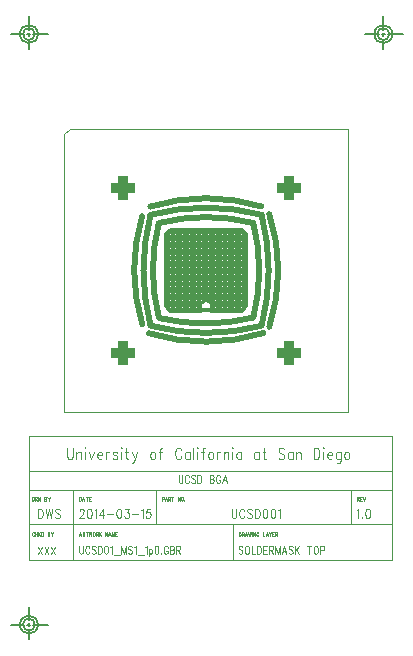
<source format=gbr>
*
*
G04 PADS 9.5 Build Number: 522968 generated Gerber (RS-274-X) file*
G04 PC Version=2.1*
*
%IN "UCSD001-BGA_5mm_2014-03"*%
*
%MOMM*%
*
%FSLAX33Y33*%
*
*
*
*
G04 PC Standard Apertures*
*
*
G04 Thermal Relief Aperture macro.*
%AMTER*
1,1,$1,0,0*
1,0,$1-$2,0,0*
21,0,$3,$4,0,0,45*
21,0,$3,$4,0,0,135*
%
*
*
G04 Annular Aperture macro.*
%AMANN*
1,1,$1,0,0*
1,0,$2,0,0*
%
*
*
G04 Odd Aperture macro.*
%AMODD*
1,1,$1,0,0*
1,0,$1-0.005,0,0*
%
*
*
G04 PC Custom Aperture Macros*
*
*
*
*
*
*
G04 PC Aperture Table*
*
%ADD010C,0.0254*%
%ADD013C,0.05*%
%ADD018C,0.1*%
%ADD019C,0.3*%
%ADD020C,0.5*%
%ADD022C,0.2*%
%ADD023C,0.08814*%
%ADD024C,0.1778*%
%ADD039R,2.054X0.954*%
%ADD040R,0.954X2.054*%
%ADD041C,0.55*%
*
*
*
*
G04 PC Circuitry*
G04 Layer Name UCSD001-BGA_5mm_2014-03 - circuitry*
%LPD*%
*
*
G04 PC Custom Flashes*
G04 Layer Name UCSD001-BGA_5mm_2014-03 - flashes*
%LPD*%
*
*
G04 PC Circuitry*
G04 Layer Name UCSD001-BGA_5mm_2014-03 - circuitry*
%LPD*%
*
G54D10*
G54D13*
G01X162762Y130828D02*
Y130500D01*
Y130828D02*
X162864D01*
X162864D02*
X162898Y130812D01*
X162898D02*
X162910Y130796D01*
X162910D02*
X162921Y130765D01*
X162921D02*
Y130734D01*
X162921D02*
X162910Y130703D01*
X162898Y130687*
X162898D02*
X162864Y130671D01*
X162864D02*
X162762D01*
X162842D02*
X162921Y130500D01*
X163023Y130828D02*
Y130500D01*
Y130828D02*
X163171D01*
X163023Y130671D02*
X163114D01*
X163023Y130500D02*
X163171D01*
X163273Y130828D02*
X163364Y130500D01*
X163455Y130828D02*
X163364Y130500D01*
X152762Y127828D02*
Y127500D01*
Y127828D02*
X152842D01*
X152876Y127812*
X152876D02*
X152898Y127781D01*
X152898D02*
X152910Y127750D01*
X152921Y127703*
X152921D02*
Y127625D01*
X152921D02*
X152910Y127578D01*
X152898Y127546*
X152898D02*
X152876Y127515D01*
X152876D02*
X152842Y127500D01*
X152762*
X153023Y127828D02*
Y127500D01*
Y127828D02*
X153126D01*
X153160Y127812*
X153160D02*
X153171Y127796D01*
X153171D02*
X153182Y127765D01*
X153182D02*
Y127734D01*
X153182D02*
X153171Y127703D01*
X153171D02*
X153160Y127687D01*
X153160D02*
X153126Y127671D01*
X153126D02*
X153023D01*
X153103D02*
X153182Y127500D01*
X153376Y127828D02*
X153285Y127500D01*
X153376Y127828D02*
X153467Y127500D01*
X153319Y127609D02*
X153432D01*
X153569Y127828D02*
X153626Y127500D01*
X153682Y127828D02*
X153626Y127500D01*
X153682Y127828D02*
X153739Y127500D01*
X153796Y127828D02*
X153739Y127500D01*
X153898Y127828D02*
Y127500D01*
X154001Y127828D02*
Y127500D01*
Y127828D02*
X154160Y127500D01*
Y127828D02*
Y127500D01*
X154432Y127750D02*
X154421Y127781D01*
X154421D02*
X154398Y127812D01*
X154398D02*
X154376Y127828D01*
X154330*
X154330D02*
X154307Y127812D01*
X154307D02*
X154285Y127781D01*
X154273Y127750*
X154273D02*
X154262Y127703D01*
Y127625*
X154273Y127578*
X154273D02*
X154285Y127546D01*
X154285D02*
X154307Y127515D01*
X154307D02*
X154330Y127500D01*
X154330D02*
X154376D01*
X154398Y127515*
X154398D02*
X154421Y127546D01*
X154421D02*
X154432Y127578D01*
X154432D02*
Y127625D01*
X154376D02*
X154432D01*
X154796Y127828D02*
Y127500D01*
X154796D02*
X154932D01*
X155126Y127828D02*
X155035Y127500D01*
X155126Y127828D02*
X155217Y127500D01*
X155069Y127609D02*
X155182D01*
X155319Y127828D02*
X155410Y127671D01*
X155410D02*
Y127500D01*
X155501Y127828D02*
X155410Y127671D01*
X155603Y127828D02*
Y127500D01*
Y127828D02*
X155751D01*
X155603Y127671D02*
X155694D01*
X155603Y127500D02*
X155751D01*
X155853Y127828D02*
Y127500D01*
Y127828D02*
X155955D01*
X155955D02*
X155989Y127812D01*
X155989D02*
X156001Y127796D01*
X156001D02*
X156012Y127765D01*
X156012D02*
Y127734D01*
X156001Y127703*
X155989Y127687*
X155989D02*
X155955Y127671D01*
X155955D02*
X155853D01*
X155932D02*
X156012Y127500D01*
X146262Y130828D02*
Y130500D01*
Y130828D02*
X146364D01*
X146364D02*
X146398Y130812D01*
X146398D02*
X146410Y130796D01*
X146410D02*
X146421Y130765D01*
X146421D02*
Y130718D01*
X146421D02*
X146410Y130687D01*
X146410D02*
X146398Y130671D01*
X146398D02*
X146364Y130656D01*
X146364D02*
X146262D01*
X146614Y130828D02*
X146523Y130500D01*
X146614Y130828D02*
X146705Y130500D01*
X146557Y130609D02*
X146671D01*
X146807Y130828D02*
Y130500D01*
Y130828D02*
X146910D01*
X146944Y130812*
X146944D02*
X146955Y130796D01*
X146955D02*
X146967Y130765D01*
X146967D02*
Y130734D01*
X146955Y130703*
X146955D02*
X146944Y130687D01*
X146944D02*
X146910Y130671D01*
X146910D02*
X146807D01*
X146887D02*
X146967Y130500D01*
X147148Y130828D02*
Y130500D01*
X147069Y130828D02*
X147228D01*
X147592D02*
Y130500D01*
Y130828D02*
X147751Y130500D01*
Y130828D02*
Y130500D01*
X147921Y130828D02*
X147898Y130812D01*
X147898D02*
X147876Y130781D01*
X147864Y130750*
X147864D02*
X147853Y130703D01*
Y130625*
X147864Y130578*
X147864D02*
X147876Y130546D01*
X147876D02*
X147898Y130515D01*
X147898D02*
X147921Y130500D01*
X147921D02*
X147967D01*
X147989Y130515*
X147989D02*
X148012Y130546D01*
X148012D02*
X148023Y130578D01*
X148023D02*
X148035Y130625D01*
Y130703*
X148023Y130750*
X148023D02*
X148012Y130781D01*
X147989Y130812*
X147989D02*
X147967Y130828D01*
X147921*
X148148Y130531D02*
X148137Y130515D01*
X148137D02*
X148148Y130500D01*
X148148D02*
X148160Y130515D01*
X148160D02*
X148148Y130531D01*
X139353Y127828D02*
X139262Y127500D01*
X139353Y127828D02*
X139444Y127500D01*
X139296Y127609D02*
X139410D01*
X139546Y127828D02*
Y127500D01*
Y127828D02*
X139648D01*
X139648D02*
X139682Y127812D01*
X139682D02*
X139694Y127796D01*
X139694D02*
X139705Y127765D01*
X139705D02*
Y127734D01*
X139705D02*
X139694Y127703D01*
X139682Y127687*
X139682D02*
X139648Y127671D01*
X139648D02*
X139546D01*
X139626D02*
X139705Y127500D01*
X139887Y127828D02*
Y127500D01*
X139807Y127828D02*
X139967D01*
X140069D02*
X140126Y127500D01*
X140182Y127828D02*
X140126Y127500D01*
X140182Y127828D02*
X140239Y127500D01*
X140296Y127828D02*
X140239Y127500D01*
X140467Y127828D02*
X140444Y127812D01*
X140444D02*
X140421Y127781D01*
X140421D02*
X140410Y127750D01*
X140398Y127703*
X140398D02*
Y127625D01*
X140398D02*
X140410Y127578D01*
X140421Y127546*
X140421D02*
X140444Y127515D01*
X140444D02*
X140467Y127500D01*
X140512*
X140535Y127515*
X140535D02*
X140557Y127546D01*
X140557D02*
X140569Y127578D01*
X140580Y127625*
X140580D02*
Y127703D01*
X140580D02*
X140569Y127750D01*
X140557Y127781*
X140557D02*
X140535Y127812D01*
X140535D02*
X140512Y127828D01*
X140467*
X140682D02*
Y127500D01*
Y127828D02*
X140785D01*
X140819Y127812*
X140819D02*
X140830Y127796D01*
X140830D02*
X140842Y127765D01*
X140842D02*
Y127734D01*
X140830Y127703*
X140830D02*
X140819Y127687D01*
X140819D02*
X140785Y127671D01*
X140785D02*
X140682D01*
X140762D02*
X140842Y127500D01*
X140944Y127828D02*
Y127500D01*
X141103Y127828D02*
X140944Y127609D01*
X141001Y127687D02*
X141103Y127500D01*
X141467Y127828D02*
Y127500D01*
Y127828D02*
X141626Y127500D01*
Y127828D02*
Y127500D01*
X141819Y127828D02*
X141728Y127500D01*
X141819Y127828D02*
X141910Y127500D01*
X141762Y127609D02*
X141876D01*
X142012Y127828D02*
Y127500D01*
Y127828D02*
X142103Y127500D01*
X142194Y127828D02*
X142103Y127500D01*
X142194Y127828D02*
Y127500D01*
X142296Y127828D02*
Y127500D01*
Y127828D02*
X142444D01*
X142296Y127671D02*
X142387D01*
X142296Y127500D02*
X142444D01*
X139262Y130828D02*
Y130500D01*
Y130828D02*
X139342D01*
X139376Y130812*
X139376D02*
X139398Y130781D01*
X139398D02*
X139410Y130750D01*
X139421Y130703*
X139421D02*
Y130625D01*
X139421D02*
X139410Y130578D01*
X139398Y130546*
X139398D02*
X139376Y130515D01*
X139376D02*
X139342Y130500D01*
X139262*
X139614Y130828D02*
X139523Y130500D01*
X139614Y130828D02*
X139705Y130500D01*
X139557Y130609D02*
X139671D01*
X139887Y130828D02*
Y130500D01*
X139807Y130828D02*
X139967D01*
X140069D02*
Y130500D01*
Y130828D02*
X140217D01*
X140069Y130671D02*
X140160D01*
X140069Y130500D02*
X140217D01*
X135432Y127750D02*
X135421Y127781D01*
X135421D02*
X135398Y127812D01*
X135398D02*
X135376Y127828D01*
X135330*
X135330D02*
X135307Y127812D01*
X135307D02*
X135285Y127781D01*
X135273Y127750*
X135273D02*
X135262Y127703D01*
Y127625*
X135273Y127578*
X135273D02*
X135285Y127546D01*
X135285D02*
X135307Y127515D01*
X135307D02*
X135330Y127500D01*
X135330D02*
X135376D01*
X135398Y127515*
X135398D02*
X135421Y127546D01*
X135421D02*
X135432Y127578D01*
X135535Y127828D02*
Y127500D01*
X135694Y127828D02*
Y127500D01*
X135535Y127671D02*
X135694D01*
X135796Y127828D02*
Y127500D01*
X135955Y127828D02*
X135796Y127609D01*
X135853Y127687D02*
X135955Y127500D01*
X136057Y127828D02*
Y127500D01*
Y127828D02*
X136137D01*
X136171Y127812*
X136171D02*
X136194Y127781D01*
X136205Y127750*
X136205D02*
X136217Y127703D01*
Y127625*
X136205Y127578*
X136205D02*
X136194Y127546D01*
X136194D02*
X136171Y127515D01*
X136171D02*
X136137Y127500D01*
X136057*
X136580Y127828D02*
Y127500D01*
Y127828D02*
X136682D01*
X136682D02*
X136717Y127812D01*
X136717D02*
X136728Y127796D01*
X136728D02*
X136739Y127765D01*
X136739D02*
Y127734D01*
X136739D02*
X136728Y127703D01*
X136717Y127687*
X136717D02*
X136682Y127671D01*
X136580D02*
X136682D01*
X136682D02*
X136717Y127656D01*
X136728Y127640*
X136728D02*
X136739Y127609D01*
X136739D02*
Y127562D01*
X136739D02*
X136728Y127531D01*
X136717Y127515*
X136717D02*
X136682Y127500D01*
X136682D02*
X136580D01*
X136842Y127828D02*
X136932Y127671D01*
X136932D02*
Y127500D01*
X137023Y127828D02*
X136932Y127671D01*
X135262Y130828D02*
Y130500D01*
Y130828D02*
X135342D01*
X135376Y130812*
X135376D02*
X135398Y130781D01*
X135398D02*
X135410Y130750D01*
X135421Y130703*
X135421D02*
Y130625D01*
X135421D02*
X135410Y130578D01*
X135398Y130546*
X135398D02*
X135376Y130515D01*
X135376D02*
X135342Y130500D01*
X135262*
X135523Y130828D02*
Y130500D01*
Y130828D02*
X135626D01*
X135660Y130812*
X135660D02*
X135671Y130796D01*
X135671D02*
X135682Y130765D01*
X135682D02*
Y130734D01*
X135682D02*
X135671Y130703D01*
X135671D02*
X135660Y130687D01*
X135660D02*
X135626Y130671D01*
X135626D02*
X135523D01*
X135603D02*
X135682Y130500D01*
X135785Y130828D02*
Y130500D01*
Y130828D02*
X135944Y130500D01*
Y130828D02*
Y130500D01*
X136307Y130828D02*
Y130500D01*
Y130828D02*
X136410D01*
X136444Y130812*
X136444D02*
X136455Y130796D01*
X136455D02*
X136467Y130765D01*
X136467D02*
Y130734D01*
X136455Y130703*
X136455D02*
X136444Y130687D01*
X136444D02*
X136410Y130671D01*
X136307D02*
X136410D01*
X136410D02*
X136444Y130656D01*
X136455Y130640*
X136455D02*
X136467Y130609D01*
Y130562*
X136467D02*
X136455Y130531D01*
X136455D02*
X136444Y130515D01*
X136444D02*
X136410Y130500D01*
X136307*
X136569Y130828D02*
X136660Y130671D01*
X136660D02*
Y130500D01*
X136751Y130828D02*
X136660Y130671D01*
G54D18*
X135000Y128500D02*
X138762D01*
Y131410*
X135000*
Y128500*
Y125500D02*
X138762D01*
Y128500*
X135000*
Y125500*
X138762Y128500D02*
X145762D01*
Y131410*
X138762*
Y128500*
Y125500D02*
X152262D01*
Y128500*
Y125500D02*
X165762D01*
Y128500*
X152262*
Y125500*
X145762Y128500D02*
X162262D01*
Y131410*
X145762*
Y128500*
X134999Y131410D02*
X165762D01*
Y133000*
X134999*
X134999D02*
Y131410D01*
Y133000D02*
X165762D01*
Y136000*
X134999*
X134999D02*
Y133000D01*
X163762Y128500D02*
X165762D01*
Y131410*
X162262*
Y128500*
X135762Y129820D02*
Y129000D01*
Y129820D02*
X135961D01*
X136046Y129781*
X136046D02*
X136103Y129703D01*
X136131Y129625*
X136131D02*
X136160Y129507D01*
X136160D02*
Y129312D01*
X136160D02*
X136131Y129195D01*
X136131D02*
X136103Y129117D01*
X136046Y129039*
X136046D02*
X135961Y129000D01*
X135762*
X136415Y129820D02*
X136557Y129000D01*
X136699Y129820D02*
X136557Y129000D01*
X136699Y129820D02*
X136842Y129000D01*
X136984Y129820D02*
X136842Y129000D01*
X137637Y129703D02*
X137580Y129781D01*
X137580D02*
X137495Y129820D01*
X137381*
X137381D02*
X137296Y129781D01*
X137296D02*
X137239Y129703D01*
X137239D02*
Y129625D01*
X137239D02*
X137268Y129546D01*
X137268D02*
X137296Y129507D01*
X137296D02*
X137353Y129468D01*
X137353D02*
X137523Y129390D01*
X137523D02*
X137580Y129351D01*
X137580D02*
X137609Y129312D01*
X137609D02*
X137637Y129234D01*
Y129117*
X137580Y129039*
X137580D02*
X137495Y129000D01*
X137381*
X137381D02*
X137296Y129039D01*
X137296D02*
X137239Y129117D01*
X147682Y132656D02*
Y132187D01*
X147682D02*
X147705Y132093D01*
X147705D02*
X147751Y132031D01*
X147819Y132000*
X147864*
X147864D02*
X147932Y132031D01*
X147932D02*
X147978Y132093D01*
X147978D02*
X148001Y132187D01*
X148001D02*
Y132656D01*
X148546Y132500D02*
X148523Y132562D01*
X148523D02*
X148478Y132625D01*
X148432Y132656*
X148432D02*
X148342D01*
X148296Y132625*
X148296D02*
X148251Y132562D01*
X148251D02*
X148228Y132500D01*
X148205Y132406*
X148205D02*
Y132250D01*
X148205D02*
X148228Y132156D01*
X148251Y132093*
X148251D02*
X148296Y132031D01*
X148296D02*
X148342Y132000D01*
X148432*
X148432D02*
X148478Y132031D01*
X148523Y132093*
X148523D02*
X148546Y132156D01*
X149069Y132562D02*
X149023Y132625D01*
X149023D02*
X148955Y132656D01*
X148955D02*
X148864D01*
X148864D02*
X148796Y132625D01*
X148796D02*
X148751Y132562D01*
X148751D02*
Y132500D01*
X148773Y132437*
X148773D02*
X148796Y132406D01*
X148796D02*
X148842Y132375D01*
X148978Y132312*
X148978D02*
X149023Y132281D01*
X149023D02*
X149046Y132250D01*
X149046D02*
X149069Y132187D01*
X149069D02*
Y132093D01*
X149069D02*
X149023Y132031D01*
X149023D02*
X148955Y132000D01*
X148955D02*
X148864D01*
X148864D02*
X148796Y132031D01*
X148796D02*
X148751Y132093D01*
X149273Y132656D02*
Y132000D01*
Y132656D02*
X149432D01*
X149432D02*
X149501Y132625D01*
X149546Y132562*
X149546D02*
X149569Y132500D01*
X149592Y132406*
Y132250*
X149569Y132156*
X149546Y132093*
X149546D02*
X149501Y132031D01*
X149432Y132000*
X149432D02*
X149273D01*
X150319Y132656D02*
Y132000D01*
Y132656D02*
X150523D01*
X150523D02*
X150592Y132625D01*
X150614Y132593*
X150614D02*
X150637Y132531D01*
Y132468*
X150637D02*
X150614Y132406D01*
X150614D02*
X150592Y132375D01*
X150523Y132343*
X150319D02*
X150523D01*
X150523D02*
X150592Y132312D01*
X150592D02*
X150614Y132281D01*
X150614D02*
X150637Y132218D01*
X150637D02*
Y132125D01*
X150614Y132062*
X150614D02*
X150592Y132031D01*
X150523Y132000*
X150523D02*
X150319D01*
X151182Y132500D02*
X151160Y132562D01*
X151160D02*
X151114Y132625D01*
X151114D02*
X151069Y132656D01*
X150978*
X150932Y132625*
X150932D02*
X150887Y132562D01*
X150887D02*
X150864Y132500D01*
X150864D02*
X150842Y132406D01*
Y132250*
X150864Y132156*
X150864D02*
X150887Y132093D01*
X150887D02*
X150932Y132031D01*
X150932D02*
X150978Y132000D01*
X151069*
X151114Y132031*
X151114D02*
X151160Y132093D01*
X151160D02*
X151182Y132156D01*
X151182D02*
Y132250D01*
X151069D02*
X151182D01*
X151569Y132656D02*
X151387Y132000D01*
X151569Y132656D02*
X151751Y132000D01*
X151455Y132218D02*
X151682D01*
X138245Y134984D02*
Y134281D01*
X138279Y134140*
X138279D02*
X138347Y134046D01*
X138347D02*
X138449Y134000D01*
X138449D02*
X138518D01*
X138620Y134046*
X138620D02*
X138688Y134140D01*
X138688D02*
X138722Y134281D01*
X138722D02*
Y134984D01*
X139029Y134656D02*
Y134000D01*
Y134468D02*
X139131Y134609D01*
X139131D02*
X139199Y134656D01*
X139199D02*
X139302D01*
X139370Y134609*
X139404Y134468*
X139404D02*
Y134000D01*
X139711Y134984D02*
X139745Y134937D01*
X139745D02*
X139779Y134984D01*
X139779D02*
X139745Y135031D01*
X139711Y134984*
X139745Y134656D02*
Y134000D01*
X140086Y134656D02*
X140290Y134000D01*
X140495Y134656D02*
X140290Y134000D01*
X140802Y134375D02*
X141211D01*
Y134468*
X141211D02*
X141177Y134562D01*
X141177D02*
X141143Y134609D01*
X141074Y134656*
X141074D02*
X140972D01*
X140972D02*
X140904Y134609D01*
X140904D02*
X140836Y134515D01*
X140836D02*
X140802Y134375D01*
Y134281*
X140836Y134140*
X140836D02*
X140904Y134046D01*
X140904D02*
X140972Y134000D01*
X140972D02*
X141074D01*
X141074D02*
X141143Y134046D01*
X141143D02*
X141211Y134140D01*
X141518Y134656D02*
Y134000D01*
Y134375D02*
X141552Y134515D01*
X141552D02*
X141620Y134609D01*
X141688Y134656*
X141688D02*
X141790D01*
X142472Y134515D02*
X142438Y134609D01*
X142438D02*
X142336Y134656D01*
X142234*
X142131Y134609*
X142131D02*
X142097Y134515D01*
X142097D02*
X142131Y134421D01*
X142131D02*
X142199Y134375D01*
X142199D02*
X142370Y134328D01*
X142438Y134281*
X142438D02*
X142472Y134187D01*
X142472D02*
Y134140D01*
X142472D02*
X142438Y134046D01*
X142438D02*
X142336Y134000D01*
X142234*
X142131Y134046*
X142131D02*
X142097Y134140D01*
X142779Y134984D02*
X142813Y134937D01*
X142813D02*
X142847Y134984D01*
X142847D02*
X142813Y135031D01*
X142813D02*
X142779Y134984D01*
X142813Y134656D02*
Y134000D01*
X143256Y134984D02*
Y134187D01*
X143256D02*
X143290Y134046D01*
X143290D02*
X143359Y134000D01*
X143427*
X143154Y134656D02*
X143393D01*
X143768D02*
X143972Y134000D01*
X144177Y134656D02*
X143972Y134000D01*
X143972D02*
X143904Y133812D01*
X143904D02*
X143836Y133718D01*
X143836D02*
X143768Y133671D01*
X143768D02*
X143734D01*
X145438Y134656D02*
X145370Y134609D01*
X145302Y134515*
X145302D02*
X145268Y134375D01*
Y134281*
X145302Y134140*
X145302D02*
X145370Y134046D01*
X145370D02*
X145438Y134000D01*
X145438D02*
X145540D01*
X145540D02*
X145609Y134046D01*
X145609D02*
X145677Y134140D01*
X145677D02*
X145711Y134281D01*
Y134375*
X145677Y134515*
X145677D02*
X145609Y134609D01*
X145540Y134656*
X145540D02*
X145438D01*
X146290Y134984D02*
X146222D01*
X146222D02*
X146154Y134937D01*
X146154D02*
X146120Y134796D01*
X146120D02*
Y134000D01*
X146018Y134656D02*
X146256D01*
X147893Y134750D02*
X147859Y134843D01*
X147859D02*
X147790Y134937D01*
X147790D02*
X147722Y134984D01*
X147722D02*
X147586D01*
X147518Y134937*
X147518D02*
X147449Y134843D01*
X147449D02*
X147415Y134750D01*
X147415D02*
X147381Y134609D01*
X147381D02*
Y134375D01*
X147381D02*
X147415Y134234D01*
X147415D02*
X147449Y134140D01*
X147449D02*
X147518Y134046D01*
X147518D02*
X147586Y134000D01*
X147722*
X147722D02*
X147790Y134046D01*
X147790D02*
X147859Y134140D01*
X147859D02*
X147893Y134234D01*
X148609Y134656D02*
Y134000D01*
Y134515D02*
X148540Y134609D01*
X148540D02*
X148472Y134656D01*
X148472D02*
X148370D01*
X148302Y134609*
X148234Y134515*
X148234D02*
X148199Y134375D01*
X148199D02*
Y134281D01*
X148199D02*
X148234Y134140D01*
X148234D02*
X148302Y134046D01*
X148302D02*
X148370Y134000D01*
X148472*
X148472D02*
X148540Y134046D01*
X148540D02*
X148609Y134140D01*
X148915Y134984D02*
Y134000D01*
X149222Y134984D02*
X149256Y134937D01*
X149256D02*
X149290Y134984D01*
X149290D02*
X149256Y135031D01*
X149256D02*
X149222Y134984D01*
X149256Y134656D02*
Y134000D01*
X149870Y134984D02*
X149802D01*
X149734Y134937*
X149734D02*
X149699Y134796D01*
X149699D02*
Y134000D01*
X149597Y134656D02*
X149836D01*
X150347D02*
X150279Y134609D01*
X150279D02*
X150211Y134515D01*
X150211D02*
X150177Y134375D01*
Y134281*
X150211Y134140*
X150211D02*
X150279Y134046D01*
X150279D02*
X150347Y134000D01*
X150347D02*
X150449D01*
X150449D02*
X150518Y134046D01*
X150518D02*
X150586Y134140D01*
X150586D02*
X150620Y134281D01*
Y134375*
X150586Y134515*
X150586D02*
X150518Y134609D01*
X150449Y134656*
X150449D02*
X150347D01*
X150927D02*
Y134000D01*
Y134375D02*
X150961Y134515D01*
X150961D02*
X151029Y134609D01*
X151029D02*
X151097Y134656D01*
X151097D02*
X151199D01*
X151506D02*
Y134000D01*
Y134468D02*
X151609Y134609D01*
X151677Y134656*
X151779*
X151779D02*
X151847Y134609D01*
X151847D02*
X151881Y134468D01*
X151881D02*
Y134000D01*
X152188Y134984D02*
X152222Y134937D01*
X152222D02*
X152256Y134984D01*
X152256D02*
X152222Y135031D01*
X152222D02*
X152188Y134984D01*
X152222Y134656D02*
Y134000D01*
X152972Y134656D02*
Y134000D01*
Y134515D02*
X152904Y134609D01*
X152904D02*
X152836Y134656D01*
X152734*
X152665Y134609*
X152665D02*
X152597Y134515D01*
X152597D02*
X152563Y134375D01*
X152563D02*
Y134281D01*
X152563D02*
X152597Y134140D01*
X152597D02*
X152665Y134046D01*
X152665D02*
X152734Y134000D01*
X152836*
X152904Y134046*
X152904D02*
X152972Y134140D01*
X154472Y134656D02*
Y134000D01*
Y134515D02*
X154404Y134609D01*
X154404D02*
X154336Y134656D01*
X154234*
X154165Y134609*
X154165D02*
X154097Y134515D01*
X154097D02*
X154063Y134375D01*
X154063D02*
Y134281D01*
X154063D02*
X154097Y134140D01*
X154097D02*
X154165Y134046D01*
X154165D02*
X154234Y134000D01*
X154336*
X154404Y134046*
X154404D02*
X154472Y134140D01*
X154881Y134984D02*
Y134187D01*
X154881D02*
X154915Y134046D01*
X154915D02*
X154984Y134000D01*
X155052*
X154779Y134656D02*
X155018D01*
X156620Y134843D02*
X156552Y134937D01*
X156552D02*
X156449Y134984D01*
X156449D02*
X156313D01*
X156313D02*
X156211Y134937D01*
X156211D02*
X156143Y134843D01*
X156143D02*
Y134750D01*
X156177Y134656*
X156211Y134609*
X156279Y134562*
X156279D02*
X156484Y134468D01*
X156484D02*
X156552Y134421D01*
X156552D02*
X156586Y134375D01*
X156620Y134281*
Y134140*
X156620D02*
X156552Y134046D01*
X156552D02*
X156449Y134000D01*
X156449D02*
X156313D01*
X156313D02*
X156211Y134046D01*
X156211D02*
X156143Y134140D01*
X157336Y134656D02*
Y134000D01*
Y134515D02*
X157268Y134609D01*
X157199Y134656*
X157199D02*
X157097D01*
X157097D02*
X157029Y134609D01*
X157029D02*
X156961Y134515D01*
X156961D02*
X156927Y134375D01*
Y134281*
X156961Y134140*
X156961D02*
X157029Y134046D01*
X157029D02*
X157097Y134000D01*
X157097D02*
X157199D01*
X157199D02*
X157268Y134046D01*
X157268D02*
X157336Y134140D01*
X157643Y134656D02*
Y134000D01*
Y134468D02*
X157745Y134609D01*
X157813Y134656*
X157813D02*
X157915D01*
X157915D02*
X157984Y134609D01*
X158018Y134468*
X158018D02*
Y134000D01*
X159109Y134984D02*
Y134000D01*
Y134984D02*
X159347D01*
X159347D02*
X159449Y134937D01*
X159449D02*
X159518Y134843D01*
X159518D02*
X159552Y134750D01*
X159586Y134609*
Y134375*
X159552Y134234*
X159518Y134140*
X159518D02*
X159449Y134046D01*
X159449D02*
X159347Y134000D01*
X159347D02*
X159109D01*
X159893Y134984D02*
X159927Y134937D01*
X159927D02*
X159961Y134984D01*
X159927Y135031*
X159893Y134984*
X159927Y134656D02*
Y134000D01*
X160268Y134375D02*
X160677D01*
Y134468*
X160677D02*
X160643Y134562D01*
X160643D02*
X160609Y134609D01*
X160540Y134656*
X160540D02*
X160438D01*
X160438D02*
X160370Y134609D01*
X160302Y134515*
X160302D02*
X160268Y134375D01*
Y134281*
X160302Y134140*
X160302D02*
X160370Y134046D01*
X160370D02*
X160438Y134000D01*
X160438D02*
X160540D01*
X160540D02*
X160609Y134046D01*
X160609D02*
X160677Y134140D01*
X161393Y134656D02*
Y133906D01*
X161359Y133765*
X161359D02*
X161324Y133718D01*
X161324D02*
X161256Y133671D01*
X161256D02*
X161154D01*
X161154D02*
X161086Y133718D01*
X161393Y134515D02*
X161324Y134609D01*
X161324D02*
X161256Y134656D01*
X161256D02*
X161154D01*
X161154D02*
X161086Y134609D01*
X161018Y134515*
X161018D02*
X160984Y134375D01*
Y134281*
X161018Y134140*
X161018D02*
X161086Y134046D01*
X161086D02*
X161154Y134000D01*
X161154D02*
X161256D01*
X161256D02*
X161324Y134046D01*
X161324D02*
X161393Y134140D01*
X161870Y134656D02*
X161802Y134609D01*
X161734Y134515*
X161734D02*
X161699Y134375D01*
X161699D02*
Y134281D01*
X161699D02*
X161734Y134140D01*
X161734D02*
X161802Y134046D01*
X161802D02*
X161870Y134000D01*
X161972*
X161972D02*
X162040Y134046D01*
X162040D02*
X162109Y134140D01*
X162109D02*
X162143Y134281D01*
Y134375*
X162109Y134515*
X162109D02*
X162040Y134609D01*
X162040D02*
X161972Y134656D01*
X161972D02*
X161870D01*
X162762Y129664D02*
X162819Y129703D01*
X162904Y129820*
X162904D02*
Y129000D01*
X163188Y129078D02*
X163160Y129039D01*
X163188Y129000*
X163188D02*
X163217Y129039D01*
X163188Y129078*
X163643Y129820D02*
X163557Y129781D01*
X163557D02*
X163501Y129664D01*
X163472Y129468*
X163472D02*
Y129351D01*
X163472D02*
X163501Y129156D01*
X163557Y129039*
X163557D02*
X163643Y129000D01*
X163699*
X163699D02*
X163785Y129039D01*
X163842Y129156*
X163870Y129351*
X163870D02*
Y129468D01*
X163870D02*
X163842Y129664D01*
X163785Y129781*
X163699Y129820*
X163699D02*
X163643D01*
X152160D02*
Y129234D01*
X152188Y129117*
X152188D02*
X152245Y129039D01*
X152330Y129000*
X152330D02*
X152387D01*
X152472Y129039*
X152472D02*
X152529Y129117D01*
X152529D02*
X152557Y129234D01*
X152557D02*
Y129820D01*
X153239Y129625D02*
X153211Y129703D01*
X153154Y129781*
X153154D02*
X153097Y129820D01*
X153097D02*
X152984D01*
X152927Y129781*
X152870Y129703*
X152842Y129625*
X152813Y129507*
X152813D02*
Y129312D01*
X152813D02*
X152842Y129195D01*
X152870Y129117*
X152927Y129039*
X152984Y129000*
X153097*
X153097D02*
X153154Y129039D01*
X153154D02*
X153211Y129117D01*
X153239Y129195*
X153893Y129703D02*
X153836Y129781D01*
X153751Y129820*
X153637*
X153552Y129781*
X153495Y129703*
Y129625*
X153523Y129546*
X153523D02*
X153552Y129507D01*
X153552D02*
X153609Y129468D01*
X153609D02*
X153779Y129390D01*
X153779D02*
X153836Y129351D01*
X153836D02*
X153864Y129312D01*
X153864D02*
X153893Y129234D01*
Y129117*
X153836Y129039*
X153751Y129000*
X153637*
X153552Y129039*
X153495Y129117*
X154148Y129820D02*
Y129000D01*
Y129820D02*
X154347D01*
X154347D02*
X154432Y129781D01*
X154432D02*
X154489Y129703D01*
X154489D02*
X154518Y129625D01*
X154546Y129507*
X154546D02*
Y129312D01*
X154546D02*
X154518Y129195D01*
X154489Y129117*
X154489D02*
X154432Y129039D01*
X154432D02*
X154347Y129000D01*
X154347D02*
X154148D01*
X154972Y129820D02*
X154887Y129781D01*
X154830Y129664*
X154830D02*
X154802Y129468D01*
X154802D02*
Y129351D01*
X154802D02*
X154830Y129156D01*
X154830D02*
X154887Y129039D01*
X154972Y129000*
X154972D02*
X155029D01*
X155029D02*
X155114Y129039D01*
X155114D02*
X155171Y129156D01*
X155171D02*
X155199Y129351D01*
X155199D02*
Y129468D01*
X155199D02*
X155171Y129664D01*
X155171D02*
X155114Y129781D01*
X155114D02*
X155029Y129820D01*
X155029D02*
X154972D01*
X155626D02*
X155540Y129781D01*
X155540D02*
X155484Y129664D01*
X155455Y129468*
X155455D02*
Y129351D01*
X155455D02*
X155484Y129156D01*
X155540Y129039*
X155540D02*
X155626Y129000D01*
X155682*
X155682D02*
X155768Y129039D01*
X155824Y129156*
X155824D02*
X155853Y129351D01*
X155853D02*
Y129468D01*
X155853D02*
X155824Y129664D01*
X155824D02*
X155768Y129781D01*
X155682Y129820*
X155682D02*
X155626D01*
X156109Y129664D02*
X156165Y129703D01*
X156165D02*
X156251Y129820D01*
Y129000*
X139290Y129625D02*
Y129664D01*
X139290D02*
X139319Y129742D01*
X139347Y129781*
X139347D02*
X139404Y129820D01*
X139404D02*
X139518D01*
X139574Y129781*
X139574D02*
X139603Y129742D01*
X139631Y129664*
X139631D02*
Y129585D01*
X139631D02*
X139603Y129507D01*
X139603D02*
X139546Y129390D01*
X139546D02*
X139262Y129000D01*
X139660*
X140086Y129820D02*
X140001Y129781D01*
X139944Y129664*
X139915Y129468*
X139915D02*
Y129351D01*
X139915D02*
X139944Y129156D01*
X140001Y129039*
X140086Y129000*
X140143*
X140228Y129039*
X140285Y129156*
X140313Y129351*
X140313D02*
Y129468D01*
X140313D02*
X140285Y129664D01*
X140228Y129781*
X140143Y129820*
X140086*
X140569Y129664D02*
X140626Y129703D01*
X140711Y129820*
Y129000*
X141251Y129820D02*
X140967Y129273D01*
X141393*
X141251Y129820D02*
Y129000D01*
X141648Y129351D02*
X142160D01*
X142586Y129820D02*
X142501Y129781D01*
X142444Y129664*
X142415Y129468*
X142415D02*
Y129351D01*
X142415D02*
X142444Y129156D01*
X142501Y129039*
X142586Y129000*
X142643*
X142728Y129039*
X142785Y129156*
X142813Y129351*
X142813D02*
Y129468D01*
X142813D02*
X142785Y129664D01*
X142728Y129781*
X142643Y129820*
X142586*
X143126D02*
X143438D01*
X143438D02*
X143268Y129507D01*
X143268D02*
X143353D01*
X143353D02*
X143410Y129468D01*
X143410D02*
X143438Y129429D01*
X143438D02*
X143467Y129312D01*
X143467D02*
Y129234D01*
X143438Y129117*
X143438D02*
X143381Y129039D01*
X143381D02*
X143296Y129000D01*
X143296D02*
X143211D01*
X143126Y129039*
X143097Y129078*
X143097D02*
X143069Y129156D01*
X143722Y129351D02*
X144234D01*
X144489Y129664D02*
X144546Y129703D01*
X144546D02*
X144631Y129820D01*
X144631D02*
Y129000D01*
X145256Y129820D02*
X144972D01*
X144972D02*
X144944Y129468D01*
X144944D02*
X144972Y129507D01*
X144972D02*
X145057Y129546D01*
X145057D02*
X145143D01*
X145143D02*
X145228Y129507D01*
X145228D02*
X145285Y129429D01*
X145285D02*
X145313Y129312D01*
X145313D02*
X145285Y129234D01*
X145256Y129117*
X145256D02*
X145199Y129039D01*
X145199D02*
X145114Y129000D01*
X145114D02*
X145029D01*
X145029D02*
X144944Y129039D01*
X144915Y129078*
X144915D02*
X144887Y129156D01*
X135762Y126546D02*
X136074Y126000D01*
Y126546D02*
X135762Y126000D01*
X136330Y126546D02*
X136643Y126000D01*
Y126546D02*
X136330Y126000D01*
X136898Y126546D02*
X137211Y126000D01*
Y126546D02*
X136898Y126000D01*
X153080Y126562D02*
X153035Y126625D01*
X152967Y126656*
X152876*
X152807Y126625*
X152807D02*
X152762Y126562D01*
X152762D02*
Y126500D01*
X152785Y126437*
X152785D02*
X152807Y126406D01*
X152807D02*
X152853Y126375D01*
X152989Y126312*
X152989D02*
X153035Y126281D01*
X153057Y126250*
X153057D02*
X153080Y126187D01*
X153080D02*
Y126093D01*
X153080D02*
X153035Y126031D01*
X152967Y126000*
X152876*
X152807Y126031*
X152807D02*
X152762Y126093D01*
X153421Y126656D02*
X153376Y126625D01*
X153330Y126562*
X153330D02*
X153307Y126500D01*
X153307D02*
X153285Y126406D01*
Y126250*
X153307Y126156*
X153307D02*
X153330Y126093D01*
X153330D02*
X153376Y126031D01*
X153421Y126000*
X153421D02*
X153512D01*
X153557Y126031*
X153557D02*
X153603Y126093D01*
X153603D02*
X153626Y126156D01*
X153648Y126250*
X153648D02*
Y126406D01*
X153648D02*
X153626Y126500D01*
X153603Y126562*
X153603D02*
X153557Y126625D01*
X153557D02*
X153512Y126656D01*
X153421*
X153853D02*
Y126000D01*
X154126*
X154330Y126656D02*
Y126000D01*
Y126656D02*
X154489D01*
X154489D02*
X154557Y126625D01*
X154557D02*
X154603Y126562D01*
X154603D02*
X154626Y126500D01*
X154648Y126406*
X154648D02*
Y126250D01*
X154648D02*
X154626Y126156D01*
X154603Y126093*
X154603D02*
X154557Y126031D01*
X154557D02*
X154489Y126000D01*
X154489D02*
X154330D01*
X154853Y126656D02*
Y126000D01*
Y126656D02*
X155148D01*
X154853Y126343D02*
X155035D01*
X154853Y126000D02*
X155148D01*
X155353Y126656D02*
Y126000D01*
Y126656D02*
X155557D01*
X155557D02*
X155626Y126625D01*
X155648Y126593*
X155648D02*
X155671Y126531D01*
X155671D02*
Y126468D01*
X155671D02*
X155648Y126406D01*
X155648D02*
X155626Y126375D01*
X155557Y126343*
X155557D02*
X155353D01*
X155512D02*
X155671Y126000D01*
X155876Y126656D02*
Y126000D01*
Y126656D02*
X156057Y126000D01*
X156239Y126656D02*
X156057Y126000D01*
X156239Y126656D02*
Y126000D01*
X156626Y126656D02*
X156444Y126000D01*
X156626Y126656D02*
X156807Y126000D01*
X156512Y126218D02*
X156739D01*
X157330Y126562D02*
X157285Y126625D01*
X157217Y126656*
X157126*
X157057Y126625*
X157057D02*
X157012Y126562D01*
X157012D02*
Y126500D01*
X157035Y126437*
X157035D02*
X157057Y126406D01*
X157057D02*
X157103Y126375D01*
X157239Y126312*
X157239D02*
X157285Y126281D01*
X157307Y126250*
X157307D02*
X157330Y126187D01*
X157330D02*
Y126093D01*
X157330D02*
X157285Y126031D01*
X157217Y126000*
X157126*
X157057Y126031*
X157057D02*
X157012Y126093D01*
X157535Y126656D02*
Y126000D01*
X157853Y126656D02*
X157535Y126218D01*
X157648Y126375D02*
X157853Y126000D01*
X158739Y126656D02*
Y126000D01*
X158580Y126656D02*
X158898D01*
X159239D02*
X159194Y126625D01*
X159148Y126562*
X159148D02*
X159126Y126500D01*
X159103Y126406*
Y126250*
X159126Y126156*
X159148Y126093*
X159148D02*
X159194Y126031D01*
X159239Y126000*
X159239D02*
X159330D01*
X159330D02*
X159376Y126031D01*
X159421Y126093*
X159421D02*
X159444Y126156D01*
X159467Y126250*
Y126406*
X159444Y126500*
X159421Y126562*
X159421D02*
X159376Y126625D01*
X159330Y126656*
X159330D02*
X159239D01*
X159671D02*
Y126000D01*
Y126656D02*
X159876D01*
X159944Y126625*
X159967Y126593*
X159967D02*
X159989Y126531D01*
X159989D02*
Y126437D01*
X159989D02*
X159967Y126375D01*
X159944Y126343*
X159944D02*
X159876Y126312D01*
X159876D02*
X159671D01*
X139262Y126656D02*
Y126187D01*
X139262D02*
X139285Y126093D01*
X139285D02*
X139330Y126031D01*
X139330D02*
X139398Y126000D01*
X139398D02*
X139444D01*
X139512Y126031*
X139557Y126093*
X139557D02*
X139580Y126187D01*
X139580D02*
Y126656D01*
X140126Y126500D02*
X140103Y126562D01*
X140103D02*
X140057Y126625D01*
X140057D02*
X140012Y126656D01*
X139921*
X139921D02*
X139876Y126625D01*
X139830Y126562*
X139830D02*
X139807Y126500D01*
X139807D02*
X139785Y126406D01*
Y126250*
X139807Y126156*
X139807D02*
X139830Y126093D01*
X139830D02*
X139876Y126031D01*
X139921Y126000*
X139921D02*
X140012D01*
X140057Y126031*
X140057D02*
X140103Y126093D01*
X140103D02*
X140126Y126156D01*
X140648Y126562D02*
X140603Y126625D01*
X140535Y126656*
X140444*
X140376Y126625*
X140330Y126562*
X140330D02*
Y126500D01*
X140330D02*
X140353Y126437D01*
X140353D02*
X140376Y126406D01*
X140421Y126375*
X140421D02*
X140557Y126312D01*
X140557D02*
X140603Y126281D01*
X140626Y126250*
X140648Y126187*
X140648D02*
Y126093D01*
X140648D02*
X140603Y126031D01*
X140535Y126000*
X140444*
X140376Y126031*
X140330Y126093*
X140853Y126656D02*
Y126000D01*
Y126656D02*
X141012D01*
X141080Y126625*
X141080D02*
X141126Y126562D01*
X141126D02*
X141148Y126500D01*
X141148D02*
X141171Y126406D01*
X141171D02*
Y126250D01*
X141171D02*
X141148Y126156D01*
X141148D02*
X141126Y126093D01*
X141126D02*
X141080Y126031D01*
X141080D02*
X141012Y126000D01*
X140853*
X141512Y126656D02*
X141444Y126625D01*
X141398Y126531*
X141398D02*
X141376Y126375D01*
Y126281*
X141398Y126125*
X141398D02*
X141444Y126031D01*
X141512Y126000*
X141557*
X141557D02*
X141626Y126031D01*
X141671Y126125*
X141671D02*
X141694Y126281D01*
Y126375*
X141671Y126531*
X141671D02*
X141626Y126625D01*
X141557Y126656*
X141557D02*
X141512D01*
X141898Y126531D02*
X141944Y126562D01*
X141944D02*
X142012Y126656D01*
Y126000*
X142217Y125875D02*
X142694D01*
X142830Y126656D02*
Y126000D01*
Y126656D02*
X143012Y126000D01*
X143194Y126656D02*
X143012Y126000D01*
X143194Y126656D02*
Y126000D01*
X143717Y126562D02*
X143671Y126625D01*
X143671D02*
X143603Y126656D01*
X143512*
X143444Y126625*
X143398Y126562*
X143398D02*
Y126500D01*
X143398D02*
X143421Y126437D01*
X143421D02*
X143444Y126406D01*
X143489Y126375*
X143489D02*
X143626Y126312D01*
X143626D02*
X143671Y126281D01*
X143671D02*
X143694Y126250D01*
X143717Y126187*
X143717D02*
Y126093D01*
X143717D02*
X143671Y126031D01*
X143671D02*
X143603Y126000D01*
X143512*
X143444Y126031*
X143398Y126093*
X143921Y126531D02*
X143967Y126562D01*
X143967D02*
X144035Y126656D01*
Y126000*
X144239Y125875D02*
X144717D01*
X144853Y126531D02*
X144898Y126562D01*
X144898D02*
X144967Y126656D01*
Y126000*
X145171Y126437D02*
Y125781D01*
Y126343D02*
X145217Y126406D01*
X145262Y126437*
X145262D02*
X145330D01*
X145330D02*
X145376Y126406D01*
X145421Y126343*
X145421D02*
X145444Y126250D01*
Y126187*
X145444D02*
X145421Y126093D01*
X145421D02*
X145376Y126031D01*
X145330Y126000*
X145330D02*
X145262D01*
X145217Y126031*
X145171Y126093*
X145785Y126656D02*
X145717Y126625D01*
X145671Y126531*
X145671D02*
X145648Y126375D01*
X145648D02*
Y126281D01*
X145648D02*
X145671Y126125D01*
X145671D02*
X145717Y126031D01*
X145785Y126000*
X145830*
X145830D02*
X145898Y126031D01*
X145898D02*
X145944Y126125D01*
X145967Y126281*
Y126375*
X145944Y126531*
X145898Y126625*
X145898D02*
X145830Y126656D01*
X145830D02*
X145785D01*
X146194Y126062D02*
X146171Y126031D01*
X146171D02*
X146194Y126000D01*
X146217Y126031*
X146194Y126062*
X146762Y126500D02*
X146739Y126562D01*
X146739D02*
X146694Y126625D01*
X146648Y126656*
X146648D02*
X146557D01*
X146557D02*
X146512Y126625D01*
X146467Y126562*
X146467D02*
X146444Y126500D01*
X146421Y126406*
X146421D02*
Y126250D01*
X146421D02*
X146444Y126156D01*
X146467Y126093*
X146467D02*
X146512Y126031D01*
X146557Y126000*
X146557D02*
X146648D01*
X146648D02*
X146694Y126031D01*
X146739Y126093*
X146739D02*
X146762Y126156D01*
Y126250*
X146648D02*
X146762D01*
X146967Y126656D02*
Y126000D01*
Y126656D02*
X147171D01*
X147171D02*
X147239Y126625D01*
X147239D02*
X147262Y126593D01*
X147262D02*
X147285Y126531D01*
Y126468*
X147285D02*
X147262Y126406D01*
X147239Y126375*
X147239D02*
X147171Y126343D01*
X146967D02*
X147171D01*
X147171D02*
X147239Y126312D01*
X147239D02*
X147262Y126281D01*
X147285Y126218*
X147285D02*
Y126125D01*
X147262Y126062*
X147262D02*
X147239Y126031D01*
X147239D02*
X147171Y126000D01*
X147171D02*
X146967D01*
X147489Y126656D02*
Y126000D01*
Y126656D02*
X147694D01*
X147762Y126625*
X147785Y126593*
X147785D02*
X147807Y126531D01*
X147807D02*
Y126468D01*
X147807D02*
X147785Y126406D01*
X147762Y126375*
X147694Y126343*
X147694D02*
X147489D01*
X147648D02*
X147807Y126000D01*
G54D19*
X149600Y146600D02*
X150400D01*
G54D20*
X154680Y155405D02*
G75*
G03X145292Y155397I-4680J-15405D01*
G01X145155Y144665D02*
G03X154872Y144690I4817J15955D01*
G01X144589Y154587D02*
G03X144597Y145419I15045J-4570D01*
G01X155350Y145211D02*
G03Y154758I-14604J4774D01*
G54D22*
G01X146500Y146941D02*
X146941Y146500D01*
X149600*
Y147141*
X149858Y147400*
X149858D02*
X150141D01*
X150400Y147141*
Y146500*
X153058*
X153058D02*
X153500Y146941D01*
Y153058*
X153500D02*
X153058Y153500D01*
X153058D02*
X146941D01*
X146500Y153058*
X146500D02*
Y146941D01*
X146782Y153341D02*
X153217D01*
X146582Y153141D02*
X153417D01*
X146500Y152941D02*
X153500D01*
X146500Y152741D02*
X153500D01*
X146500Y152541D02*
X153500D01*
X146500Y152341D02*
X153500D01*
X146500Y152141D02*
X153500D01*
X146500Y151941D02*
X153500D01*
X146500Y151741D02*
X153500D01*
X146500Y151541D02*
X153500D01*
X146500Y151341D02*
X153500D01*
X146500Y151141D02*
X153500D01*
X146500Y150941D02*
X153500D01*
X146500Y150741D02*
X153500D01*
X146500Y150541D02*
X153500D01*
X146500Y150341D02*
X153500D01*
X146500Y150141D02*
X153500D01*
X146500Y149941D02*
X153500D01*
X146500Y149741D02*
X153500D01*
X146500Y149541D02*
X153500D01*
X146500Y149341D02*
X153500D01*
X146500Y149141D02*
X153500D01*
X146500Y148941D02*
X153500D01*
X146500Y148741D02*
X153500D01*
X146500Y148541D02*
X153500D01*
X146500Y148341D02*
X153500D01*
X146500Y148141D02*
X153500D01*
X146500Y147941D02*
X153500D01*
X146500Y147741D02*
X153500D01*
X146500Y147541D02*
X153500D01*
X146500Y147341D02*
X149800D01*
X150200D02*
X153500D01*
X146500Y147141D02*
X149600D01*
X150400D02*
X153500D01*
X146500Y146941D02*
X149600D01*
X150400D02*
X153500D01*
X146700Y146741D02*
X149600D01*
X150400D02*
X153300D01*
X146900Y146541D02*
X149600D01*
X150400D02*
X153100D01*
X146500Y146941D02*
Y153058D01*
X146700Y146741D02*
Y153258D01*
X146900Y146541D02*
Y153458D01*
X147100Y146500D02*
Y153500D01*
X147300Y146500D02*
Y153500D01*
X147500Y146500D02*
Y153500D01*
X147700Y146500D02*
Y153500D01*
X147900Y146500D02*
Y153500D01*
X148100Y146500D02*
Y153500D01*
X148300Y146500D02*
Y153500D01*
X148500Y146500D02*
Y153500D01*
X148700Y146500D02*
Y153500D01*
X148900Y146500D02*
Y153500D01*
X149100Y146500D02*
Y153500D01*
X149300Y146500D02*
Y153500D01*
X149500Y146500D02*
Y153500D01*
X149700Y147241D02*
Y153500D01*
X149900Y147400D02*
Y153500D01*
X150100Y147400D02*
Y153500D01*
X150300Y147241D02*
Y153500D01*
X150500Y146500D02*
Y153500D01*
X150700Y146500D02*
Y153500D01*
X150900Y146500D02*
Y153500D01*
X151100Y146500D02*
Y153500D01*
X151300Y146500D02*
Y153500D01*
X151500Y146500D02*
Y153500D01*
X151700Y146500D02*
Y153500D01*
X151900Y146500D02*
Y153500D01*
X152100Y146500D02*
Y153500D01*
X152300Y146500D02*
Y153500D01*
X152500Y146500D02*
Y153500D01*
X152700Y146500D02*
Y153500D01*
X152900Y146500D02*
Y153500D01*
X153100Y146541D02*
Y153458D01*
X153300Y146741D02*
Y153258D01*
G54D23*
X138000Y138000D02*
X162000D01*
Y162000*
X138500*
X138000Y161500*
Y138000*
G54D24*
X135000Y170000D02*
Y170127D01*
Y170000D02*
X135127D01*
X135000D02*
Y169873D01*
Y170000D02*
X134873D01*
X135381D02*
X136651D01*
X135000Y169619D02*
Y168755D01*
Y170381D02*
Y171524D01*
X133476Y170000D02*
X134619D01*
X135762D02*
G03X135762I-762J0D01*
G01X135508D02*
G03X135508I-508J0D01*
G01X135000Y120000D02*
Y120127D01*
Y120000D02*
X135127D01*
X135000D02*
Y119873D01*
Y120000D02*
X134873D01*
X135381D02*
X136651D01*
X135000Y119619D02*
Y118755D01*
Y120381D02*
Y121524D01*
X133476Y120000D02*
X134619D01*
X135762D02*
G03X135762I-762J0D01*
G01X135508D02*
G03X135508I-508J0D01*
G01X165000Y170000D02*
Y170127D01*
Y170000D02*
X165127D01*
X165000D02*
Y169873D01*
Y170000D02*
X164873D01*
X165381D02*
X166651D01*
X165000Y169619D02*
Y168755D01*
Y170381D02*
Y171524D01*
X163476Y170000D02*
X164619D01*
X165762D02*
G03X165762I-762J0D01*
G01X165508D02*
G03X165508I-508J0D01*
G54D39*
G01X143000Y157000D03*
Y143000D03*
X157000D03*
Y157000D03*
G54D40*
X143000D03*
Y143000D03*
X157000D03*
Y157000D03*
G54D41*
X145286Y145303D02*
G03X154682Y145295I4714J18097D01*
G01X145294Y154679D02*
G03X145302Y145288I18095J-4679D01*
G01X154683Y154704D02*
G03X145284Y154696I-4683J-18110D01*
G01X154704Y145316D02*
G03X154696Y154715I-18110J4684D01*
G01X154008Y153997D02*
G03X146019Y154004I-4008J-15724D01*
G01X145995Y153980D02*
G03X146002Y145991I15732J-3980D01*
G01X154001Y146007D02*
G03X153995Y154019I-15661J3993D01*
G01X146050Y145949D02*
G03X153993Y145998I3872J16377D01*
G74*
G01X0Y0D02*
M02*

</source>
